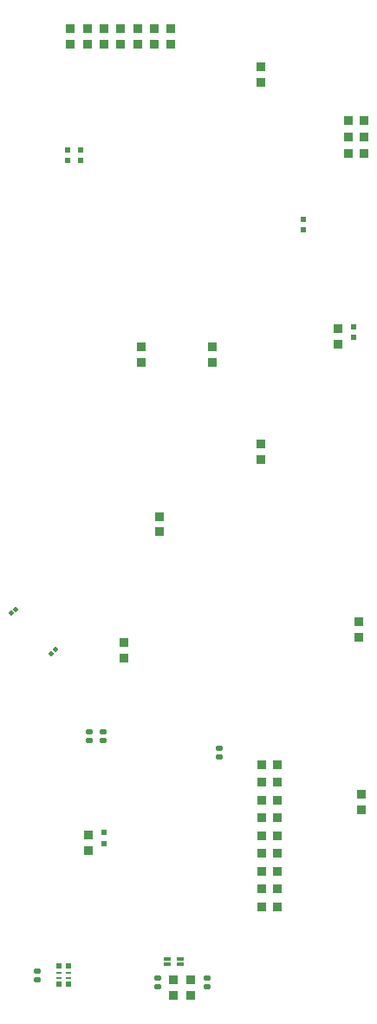
<source format=gbp>
G04*
G04 #@! TF.GenerationSoftware,Altium Limited,Altium Designer,21.1.1 (26)*
G04*
G04 Layer_Color=128*
%FSAX44Y44*%
%MOMM*%
G71*
G04*
G04 #@! TF.SameCoordinates,7C830176-F0F4-4CA8-9266-6C2C436D825E*
G04*
G04*
G04 #@! TF.FilePolarity,Positive*
G04*
G01*
G75*
%ADD23R,0.8900X0.9300*%
%ADD28R,0.5000X0.4750*%
G04:AMPARAMS|DCode=30|XSize=0.6mm|YSize=0.54mm|CornerRadius=0.1431mm|HoleSize=0mm|Usage=FLASHONLY|Rotation=0.000|XOffset=0mm|YOffset=0mm|HoleType=Round|Shape=RoundedRectangle|*
%AMROUNDEDRECTD30*
21,1,0.6000,0.2538,0,0,0.0*
21,1,0.3138,0.5400,0,0,0.0*
1,1,0.2862,0.1569,-0.1269*
1,1,0.2862,-0.1569,-0.1269*
1,1,0.2862,-0.1569,0.1269*
1,1,0.2862,0.1569,0.1269*
%
%ADD30ROUNDEDRECTD30*%
%ADD31R,0.9300X0.8900*%
%ADD76R,0.5000X0.5250*%
%ADD77R,0.5000X0.2500*%
%ADD78R,0.9300X0.8700*%
%ADD79R,0.7000X0.3000*%
G04:AMPARAMS|DCode=80|XSize=0.38mm|YSize=0.4mm|CornerRadius=0mm|HoleSize=0mm|Usage=FLASHONLY|Rotation=225.000|XOffset=0mm|YOffset=0mm|HoleType=Round|Shape=Rectangle|*
%AMROTATEDRECTD80*
4,1,4,-0.0071,0.2758,0.2758,-0.0071,0.0071,-0.2758,-0.2758,0.0071,-0.0071,0.2758,0.0*
%
%ADD80ROTATEDRECTD80*%

G04:AMPARAMS|DCode=81|XSize=0.38mm|YSize=0.4mm|CornerRadius=0.0475mm|HoleSize=0mm|Usage=FLASHONLY|Rotation=225.000|XOffset=0mm|YOffset=0mm|HoleType=Round|Shape=RoundedRectangle|*
%AMROUNDEDRECTD81*
21,1,0.3800,0.3050,0,0,225.0*
21,1,0.2850,0.4000,0,0,225.0*
1,1,0.0950,-0.2086,0.0071*
1,1,0.0950,-0.0071,0.2086*
1,1,0.0950,0.2086,-0.0071*
1,1,0.0950,0.0071,-0.2086*
%
%ADD81ROUNDEDRECTD81*%
D23*
X00582338Y00541726D02*
D03*
X00567018D02*
D03*
X00582338Y00559068D02*
D03*
X00567018D02*
D03*
X00582338Y00576411D02*
D03*
X00567018Y00576411D02*
D03*
X00582338Y00593753D02*
D03*
X00567018D02*
D03*
X00582338Y00611096D02*
D03*
X00567018D02*
D03*
X00582338Y00628438D02*
D03*
X00567018D02*
D03*
X00582338Y00645781D02*
D03*
X00567018Y00645781D02*
D03*
X00582338Y00663123D02*
D03*
X00567018D02*
D03*
X00582338Y00680466D02*
D03*
X00567018D02*
D03*
X00651436Y01276976D02*
D03*
X00666756D02*
D03*
X00651436Y01293388D02*
D03*
X00666756D02*
D03*
X00651436Y01309800D02*
D03*
X00666756D02*
D03*
D28*
X00413258Y00613961D02*
D03*
Y00603721D02*
D03*
X00607362Y01202396D02*
D03*
Y01212636D02*
D03*
X00390534Y01270214D02*
D03*
Y01280454D02*
D03*
X00377492D02*
D03*
Y01270214D02*
D03*
X00656590Y01098002D02*
D03*
Y01108242D02*
D03*
D30*
X00398320Y00704106D02*
D03*
Y00712706D02*
D03*
X00412162Y00704106D02*
D03*
Y00712706D02*
D03*
X00525381Y00696338D02*
D03*
X00525381Y00687738D02*
D03*
X00348028Y00470172D02*
D03*
X00348028Y00478772D02*
D03*
X00465108Y00463568D02*
D03*
X00465108Y00472168D02*
D03*
X00513636Y00463568D02*
D03*
X00513636Y00472168D02*
D03*
D31*
X00398066Y00611886D02*
D03*
Y00596566D02*
D03*
X00565960Y00978662D02*
D03*
Y00993982D02*
D03*
X00641398Y01106170D02*
D03*
Y01090850D02*
D03*
X00565960Y01361694D02*
D03*
Y01346374D02*
D03*
X00380072Y01399286D02*
D03*
X00380072Y01383966D02*
D03*
X00445720Y01399286D02*
D03*
X00445720Y01383966D02*
D03*
X00462132Y01399286D02*
D03*
X00462132Y01383966D02*
D03*
X00478544Y01399286D02*
D03*
Y01383966D02*
D03*
X00661718Y00820246D02*
D03*
Y00804926D02*
D03*
X00664307Y00651976D02*
D03*
Y00636656D02*
D03*
X00396484Y01383966D02*
D03*
Y01399286D02*
D03*
X00412896Y01383966D02*
D03*
Y01399286D02*
D03*
X00429308Y01383966D02*
D03*
X00429308Y01399286D02*
D03*
X00432610Y00799672D02*
D03*
Y00784352D02*
D03*
D76*
X00378220Y00483860D02*
D03*
Y00466100D02*
D03*
X00369220D02*
D03*
Y00483860D02*
D03*
D77*
X00378220Y00477480D02*
D03*
Y00472480D02*
D03*
X00369220D02*
D03*
Y00477480D02*
D03*
D78*
X00449628Y01073474D02*
D03*
Y01088574D02*
D03*
X00480701Y00470518D02*
D03*
Y00455418D02*
D03*
X00498043Y00470518D02*
D03*
Y00455418D02*
D03*
X00518970Y01088574D02*
D03*
Y01073474D02*
D03*
X00466900Y00922966D02*
D03*
Y00907866D02*
D03*
D79*
X00487220Y00485648D02*
D03*
Y00491148D02*
D03*
X00474720Y00491148D02*
D03*
Y00485648D02*
D03*
D80*
X00361288Y00788976D02*
D03*
X00326692Y00832104D02*
D03*
D81*
X00365248Y00792936D02*
D03*
X00322732Y00828144D02*
D03*
M02*

</source>
